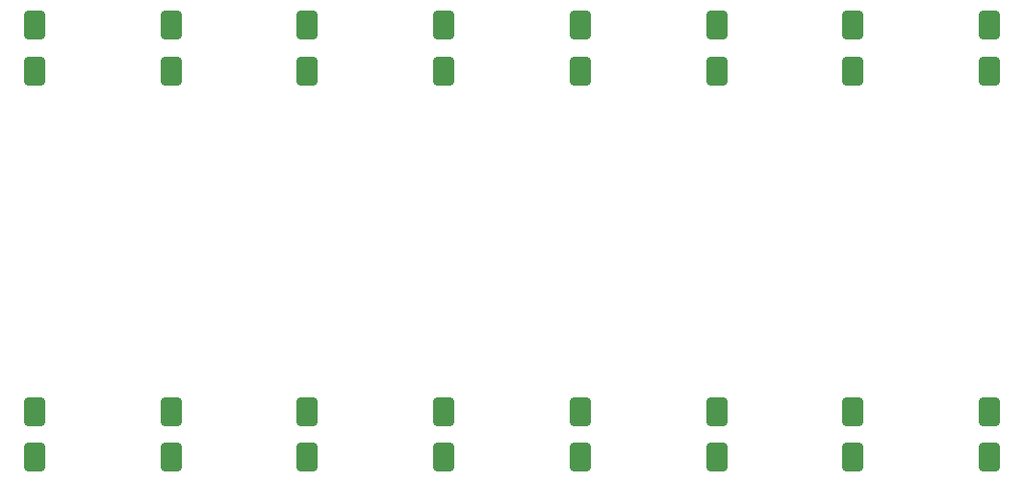
<source format=gbr>
%TF.GenerationSoftware,KiCad,Pcbnew,8.0.2*%
%TF.CreationDate,2024-06-26T22:28:10+07:00*%
%TF.ProjectId,Diode_M7_Panel,44696f64-655f-44d3-975f-50616e656c2e,rev?*%
%TF.SameCoordinates,Original*%
%TF.FileFunction,Paste,Top*%
%TF.FilePolarity,Positive*%
%FSLAX46Y46*%
G04 Gerber Fmt 4.6, Leading zero omitted, Abs format (unit mm)*
G04 Created by KiCad (PCBNEW 8.0.2) date 2024-06-26 22:28:10*
%MOMM*%
%LPD*%
G01*
G04 APERTURE LIST*
G04 Aperture macros list*
%AMRoundRect*
0 Rectangle with rounded corners*
0 $1 Rounding radius*
0 $2 $3 $4 $5 $6 $7 $8 $9 X,Y pos of 4 corners*
0 Add a 4 corners polygon primitive as box body*
4,1,4,$2,$3,$4,$5,$6,$7,$8,$9,$2,$3,0*
0 Add four circle primitives for the rounded corners*
1,1,$1+$1,$2,$3*
1,1,$1+$1,$4,$5*
1,1,$1+$1,$6,$7*
1,1,$1+$1,$8,$9*
0 Add four rect primitives between the rounded corners*
20,1,$1+$1,$2,$3,$4,$5,0*
20,1,$1+$1,$4,$5,$6,$7,0*
20,1,$1+$1,$6,$7,$8,$9,0*
20,1,$1+$1,$8,$9,$2,$3,0*%
G04 Aperture macros list end*
%ADD10RoundRect,0.250000X0.650000X-1.000000X0.650000X1.000000X-0.650000X1.000000X-0.650000X-1.000000X0*%
G04 APERTURE END LIST*
D10*
%TO.C,D1*%
X41000000Y-25978000D03*
X41000000Y-21978000D03*
%TD*%
%TO.C,D1*%
X17000000Y-59978000D03*
X17000000Y-55978000D03*
%TD*%
%TO.C,D1*%
X77000000Y-25978000D03*
X77000000Y-21978000D03*
%TD*%
%TO.C,D1*%
X53000000Y-59978000D03*
X53000000Y-55978000D03*
%TD*%
%TO.C,D1*%
X65000000Y-25978000D03*
X65000000Y-21978000D03*
%TD*%
%TO.C,D1*%
X89000000Y-25978000D03*
X89000000Y-21978000D03*
%TD*%
%TO.C,D1*%
X77000000Y-59978000D03*
X77000000Y-55978000D03*
%TD*%
%TO.C,D1*%
X65000000Y-59978000D03*
X65000000Y-55978000D03*
%TD*%
%TO.C,D1*%
X41000000Y-59978000D03*
X41000000Y-55978000D03*
%TD*%
%TO.C,D1*%
X5000000Y-25978000D03*
X5000000Y-21978000D03*
%TD*%
%TO.C,D1*%
X89000000Y-59978000D03*
X89000000Y-55978000D03*
%TD*%
%TO.C,D1*%
X5000000Y-59978000D03*
X5000000Y-55978000D03*
%TD*%
%TO.C,D1*%
X53000000Y-25978000D03*
X53000000Y-21978000D03*
%TD*%
%TO.C,D1*%
X29000000Y-25978000D03*
X29000000Y-21978000D03*
%TD*%
%TO.C,D1*%
X17000000Y-25978000D03*
X17000000Y-21978000D03*
%TD*%
%TO.C,D1*%
X29000000Y-59978000D03*
X29000000Y-55978000D03*
%TD*%
M02*

</source>
